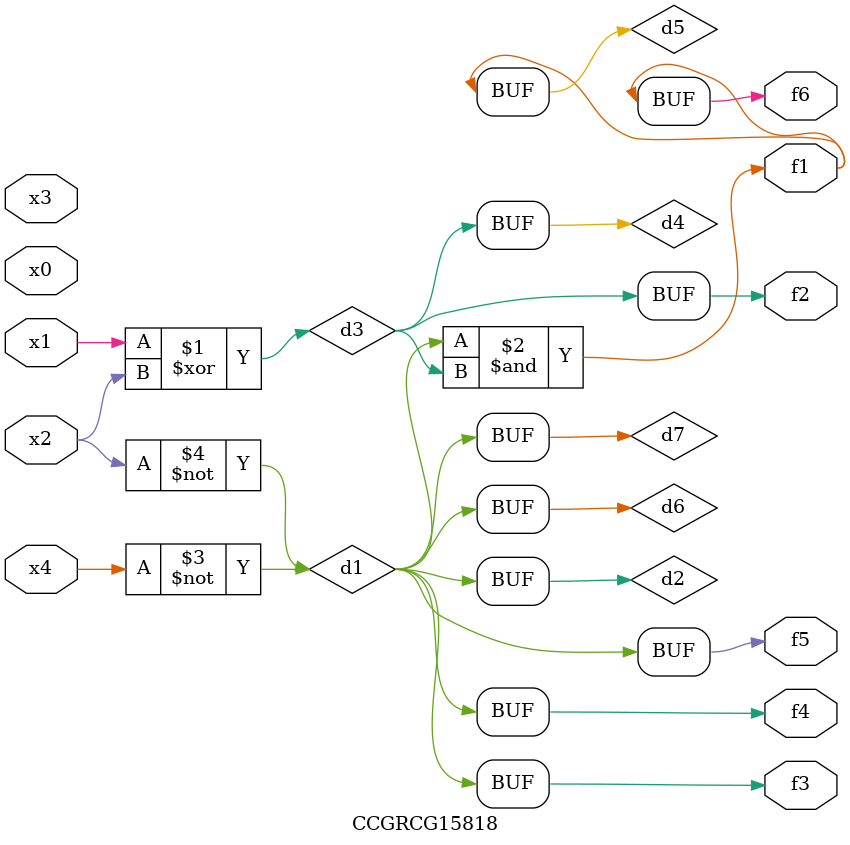
<source format=v>
module CCGRCG15818(
	input x0, x1, x2, x3, x4,
	output f1, f2, f3, f4, f5, f6
);

	wire d1, d2, d3, d4, d5, d6, d7;

	not (d1, x4);
	not (d2, x2);
	xor (d3, x1, x2);
	buf (d4, d3);
	and (d5, d1, d3);
	buf (d6, d1, d2);
	buf (d7, d2);
	assign f1 = d5;
	assign f2 = d4;
	assign f3 = d7;
	assign f4 = d7;
	assign f5 = d7;
	assign f6 = d5;
endmodule

</source>
